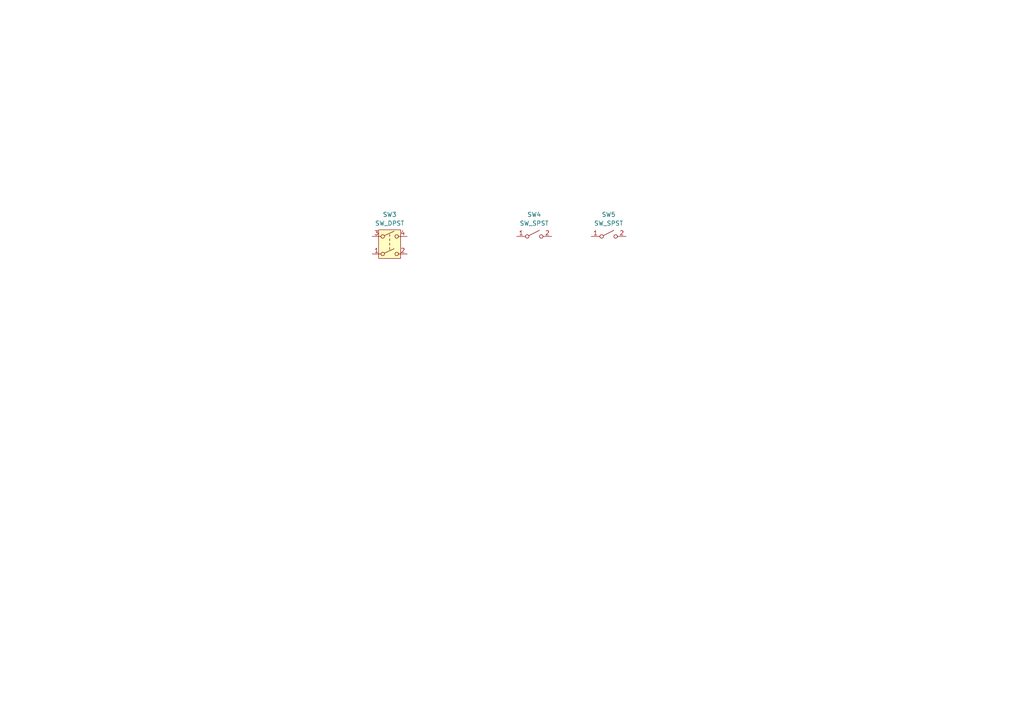
<source format=kicad_sch>
(kicad_sch (version 20230121) (generator eeschema)
  (paper "A4")
  (lib_symbols
    (symbol "Switch:SW_DPST" (pin_names (offset 0) hide)
      (property "Reference" "SW" (at 0 6.35 0))
      (property "Value" "SW_DPST" (at 0 -5.08 0))
      (symbol "SW_DPST_0_0"
        (circle (center -2.032 -2.54) (radius 0.508))
        (circle (center -2.032 2.54) (radius 0.508))
        (polyline (pts (xy -1.524 -2.286) (xy 1.27 -1.016)))
        (polyline (pts (xy -1.524 2.794) (xy 1.27 4.064)))
        (polyline (pts (xy 0 -1.27) (xy 0 -0.635)))
        (polyline (pts (xy 0 0) (xy 0 0.635)))
        (polyline (pts (xy 0 1.27) (xy 0 1.905)))
        (polyline (pts (xy 0 2.54) (xy 0 3.175)))
        (circle (center 2.032 -2.54) (radius 0.508))
        (circle (center 2.032 2.54) (radius 0.508))
      )
      (symbol "SW_DPST_1_1"
        (rectangle (start -3.175 4.445) (end 3.175 -3.81) (fill (type background)))
        (pin passive line (at -5.08 -2.54 0) (length 2.54) (name "1") (number "1"))
        (pin passive line (at 5.08 -2.54 180) (length 2.54) (name "2") (number "2"))
        (pin passive line (at -5.08 2.54 0) (length 2.54) (name "3") (number "3"))
        (pin passive line (at 5.08 2.54 180) (length 2.54) (name "4") (number "4"))
      )
    )
    (symbol "Switch:SW_SPST" (pin_names (offset 0) hide)
      (property "Reference" "SW" (at 0 3.175 0))
      (property "Value" "SW_SPST" (at 0 -2.54 0))
      (symbol "SW_SPST_0_0"
        (circle (center -2.032 0) (radius 0.508))
        (polyline (pts (xy -1.524 0.254) (xy 1.524 1.778)))
        (circle (center 2.032 0) (radius 0.508))
      )
      (symbol "SW_SPST_1_1"
        (pin passive line (at -5.08 0 0) (length 2.54) (name "A") (number "1"))
        (pin passive line (at 5.08 0 180) (length 2.54) (name "B") (number "2"))
      )
    )
  )
  (symbol (lib_id "Switch:SW_DPST") (at 113.03 71.12 0) (unit 1)
    (property "Reference" "SW3" (at 113.03 62.23 0))
    (property "Value" "SW_DPST" (at 113.03 64.77 0))
  )
  (symbol (lib_id "Switch:SW_SPST") (at 176.53 68.58 0) (unit 1)
    (property "Reference" "SW5" (at 176.53 62.23 0))
    (property "Value" "SW_SPST" (at 176.53 64.77 0))
  )
  (symbol (lib_id "Switch:SW_SPST") (at 154.94 68.58 0) (unit 1)
    (property "Reference" "SW4" (at 154.94 62.23 0))
    (property "Value" "SW_SPST" (at 154.94 64.77 0))
  )
)
</source>
